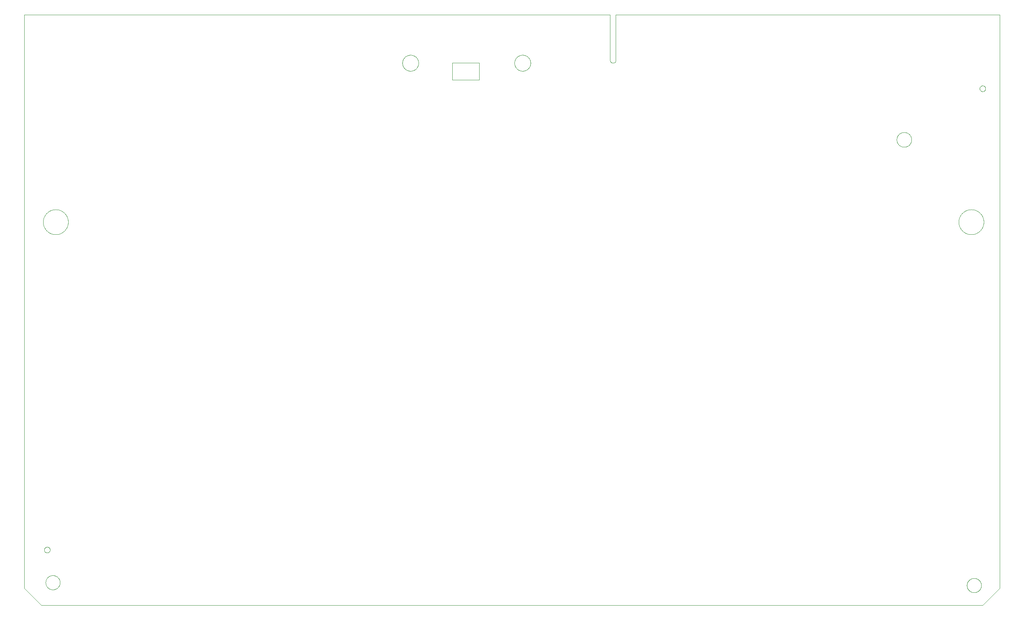
<source format=gko>
G75*
%MOIN*%
%OFA0B0*%
%FSLAX25Y25*%
%IPPOS*%
%LPD*%
%AMOC8*
5,1,8,0,0,1.08239X$1,22.5*
%
%ADD10C,0.00000*%
%ADD11C,0.00100*%
D10*
X0022600Y0007600D02*
X0007600Y0022600D01*
X0007600Y0527600D01*
X0480100Y0527600D01*
X0522600Y0527600D01*
X0522600Y0487600D01*
X0525100Y0485100D02*
X0525198Y0485102D01*
X0525296Y0485108D01*
X0525394Y0485117D01*
X0525491Y0485131D01*
X0525588Y0485148D01*
X0525684Y0485169D01*
X0525779Y0485194D01*
X0525873Y0485222D01*
X0525965Y0485255D01*
X0526057Y0485290D01*
X0526147Y0485330D01*
X0526235Y0485372D01*
X0526322Y0485419D01*
X0526406Y0485468D01*
X0526489Y0485521D01*
X0526569Y0485577D01*
X0526648Y0485637D01*
X0526724Y0485699D01*
X0526797Y0485764D01*
X0526868Y0485832D01*
X0526936Y0485903D01*
X0527001Y0485976D01*
X0527063Y0486052D01*
X0527123Y0486131D01*
X0527179Y0486211D01*
X0527232Y0486294D01*
X0527281Y0486378D01*
X0527328Y0486465D01*
X0527370Y0486553D01*
X0527410Y0486643D01*
X0527445Y0486735D01*
X0527478Y0486827D01*
X0527506Y0486921D01*
X0527531Y0487016D01*
X0527552Y0487112D01*
X0527569Y0487209D01*
X0527583Y0487306D01*
X0527592Y0487404D01*
X0527598Y0487502D01*
X0527600Y0487600D01*
X0527600Y0527600D01*
X0760100Y0527600D01*
X0865100Y0527600D01*
X0865100Y0022600D01*
X0850100Y0007600D01*
X0022600Y0007600D01*
X0026301Y0027600D02*
X0026303Y0027758D01*
X0026309Y0027916D01*
X0026319Y0028074D01*
X0026333Y0028232D01*
X0026351Y0028389D01*
X0026372Y0028546D01*
X0026398Y0028702D01*
X0026428Y0028858D01*
X0026461Y0029013D01*
X0026499Y0029166D01*
X0026540Y0029319D01*
X0026585Y0029471D01*
X0026634Y0029622D01*
X0026687Y0029771D01*
X0026743Y0029919D01*
X0026803Y0030065D01*
X0026867Y0030210D01*
X0026935Y0030353D01*
X0027006Y0030495D01*
X0027080Y0030635D01*
X0027158Y0030772D01*
X0027240Y0030908D01*
X0027324Y0031042D01*
X0027413Y0031173D01*
X0027504Y0031302D01*
X0027599Y0031429D01*
X0027696Y0031554D01*
X0027797Y0031676D01*
X0027901Y0031795D01*
X0028008Y0031912D01*
X0028118Y0032026D01*
X0028231Y0032137D01*
X0028346Y0032246D01*
X0028464Y0032351D01*
X0028585Y0032453D01*
X0028708Y0032553D01*
X0028834Y0032649D01*
X0028962Y0032742D01*
X0029092Y0032832D01*
X0029225Y0032918D01*
X0029360Y0033002D01*
X0029496Y0033081D01*
X0029635Y0033158D01*
X0029776Y0033230D01*
X0029918Y0033300D01*
X0030062Y0033365D01*
X0030208Y0033427D01*
X0030355Y0033485D01*
X0030504Y0033540D01*
X0030654Y0033591D01*
X0030805Y0033638D01*
X0030957Y0033681D01*
X0031110Y0033720D01*
X0031265Y0033756D01*
X0031420Y0033787D01*
X0031576Y0033815D01*
X0031732Y0033839D01*
X0031889Y0033859D01*
X0032047Y0033875D01*
X0032204Y0033887D01*
X0032363Y0033895D01*
X0032521Y0033899D01*
X0032679Y0033899D01*
X0032837Y0033895D01*
X0032996Y0033887D01*
X0033153Y0033875D01*
X0033311Y0033859D01*
X0033468Y0033839D01*
X0033624Y0033815D01*
X0033780Y0033787D01*
X0033935Y0033756D01*
X0034090Y0033720D01*
X0034243Y0033681D01*
X0034395Y0033638D01*
X0034546Y0033591D01*
X0034696Y0033540D01*
X0034845Y0033485D01*
X0034992Y0033427D01*
X0035138Y0033365D01*
X0035282Y0033300D01*
X0035424Y0033230D01*
X0035565Y0033158D01*
X0035704Y0033081D01*
X0035840Y0033002D01*
X0035975Y0032918D01*
X0036108Y0032832D01*
X0036238Y0032742D01*
X0036366Y0032649D01*
X0036492Y0032553D01*
X0036615Y0032453D01*
X0036736Y0032351D01*
X0036854Y0032246D01*
X0036969Y0032137D01*
X0037082Y0032026D01*
X0037192Y0031912D01*
X0037299Y0031795D01*
X0037403Y0031676D01*
X0037504Y0031554D01*
X0037601Y0031429D01*
X0037696Y0031302D01*
X0037787Y0031173D01*
X0037876Y0031042D01*
X0037960Y0030908D01*
X0038042Y0030772D01*
X0038120Y0030635D01*
X0038194Y0030495D01*
X0038265Y0030353D01*
X0038333Y0030210D01*
X0038397Y0030065D01*
X0038457Y0029919D01*
X0038513Y0029771D01*
X0038566Y0029622D01*
X0038615Y0029471D01*
X0038660Y0029319D01*
X0038701Y0029166D01*
X0038739Y0029013D01*
X0038772Y0028858D01*
X0038802Y0028702D01*
X0038828Y0028546D01*
X0038849Y0028389D01*
X0038867Y0028232D01*
X0038881Y0028074D01*
X0038891Y0027916D01*
X0038897Y0027758D01*
X0038899Y0027600D01*
X0038897Y0027442D01*
X0038891Y0027284D01*
X0038881Y0027126D01*
X0038867Y0026968D01*
X0038849Y0026811D01*
X0038828Y0026654D01*
X0038802Y0026498D01*
X0038772Y0026342D01*
X0038739Y0026187D01*
X0038701Y0026034D01*
X0038660Y0025881D01*
X0038615Y0025729D01*
X0038566Y0025578D01*
X0038513Y0025429D01*
X0038457Y0025281D01*
X0038397Y0025135D01*
X0038333Y0024990D01*
X0038265Y0024847D01*
X0038194Y0024705D01*
X0038120Y0024565D01*
X0038042Y0024428D01*
X0037960Y0024292D01*
X0037876Y0024158D01*
X0037787Y0024027D01*
X0037696Y0023898D01*
X0037601Y0023771D01*
X0037504Y0023646D01*
X0037403Y0023524D01*
X0037299Y0023405D01*
X0037192Y0023288D01*
X0037082Y0023174D01*
X0036969Y0023063D01*
X0036854Y0022954D01*
X0036736Y0022849D01*
X0036615Y0022747D01*
X0036492Y0022647D01*
X0036366Y0022551D01*
X0036238Y0022458D01*
X0036108Y0022368D01*
X0035975Y0022282D01*
X0035840Y0022198D01*
X0035704Y0022119D01*
X0035565Y0022042D01*
X0035424Y0021970D01*
X0035282Y0021900D01*
X0035138Y0021835D01*
X0034992Y0021773D01*
X0034845Y0021715D01*
X0034696Y0021660D01*
X0034546Y0021609D01*
X0034395Y0021562D01*
X0034243Y0021519D01*
X0034090Y0021480D01*
X0033935Y0021444D01*
X0033780Y0021413D01*
X0033624Y0021385D01*
X0033468Y0021361D01*
X0033311Y0021341D01*
X0033153Y0021325D01*
X0032996Y0021313D01*
X0032837Y0021305D01*
X0032679Y0021301D01*
X0032521Y0021301D01*
X0032363Y0021305D01*
X0032204Y0021313D01*
X0032047Y0021325D01*
X0031889Y0021341D01*
X0031732Y0021361D01*
X0031576Y0021385D01*
X0031420Y0021413D01*
X0031265Y0021444D01*
X0031110Y0021480D01*
X0030957Y0021519D01*
X0030805Y0021562D01*
X0030654Y0021609D01*
X0030504Y0021660D01*
X0030355Y0021715D01*
X0030208Y0021773D01*
X0030062Y0021835D01*
X0029918Y0021900D01*
X0029776Y0021970D01*
X0029635Y0022042D01*
X0029496Y0022119D01*
X0029360Y0022198D01*
X0029225Y0022282D01*
X0029092Y0022368D01*
X0028962Y0022458D01*
X0028834Y0022551D01*
X0028708Y0022647D01*
X0028585Y0022747D01*
X0028464Y0022849D01*
X0028346Y0022954D01*
X0028231Y0023063D01*
X0028118Y0023174D01*
X0028008Y0023288D01*
X0027901Y0023405D01*
X0027797Y0023524D01*
X0027696Y0023646D01*
X0027599Y0023771D01*
X0027504Y0023898D01*
X0027413Y0024027D01*
X0027324Y0024158D01*
X0027240Y0024292D01*
X0027158Y0024428D01*
X0027080Y0024565D01*
X0027006Y0024705D01*
X0026935Y0024847D01*
X0026867Y0024990D01*
X0026803Y0025135D01*
X0026743Y0025281D01*
X0026687Y0025429D01*
X0026634Y0025578D01*
X0026585Y0025729D01*
X0026540Y0025881D01*
X0026499Y0026034D01*
X0026461Y0026187D01*
X0026428Y0026342D01*
X0026398Y0026498D01*
X0026372Y0026654D01*
X0026351Y0026811D01*
X0026333Y0026968D01*
X0026319Y0027126D01*
X0026309Y0027284D01*
X0026303Y0027442D01*
X0026301Y0027600D01*
X0025041Y0056350D02*
X0025043Y0056451D01*
X0025049Y0056552D01*
X0025059Y0056653D01*
X0025073Y0056753D01*
X0025091Y0056852D01*
X0025113Y0056951D01*
X0025138Y0057049D01*
X0025168Y0057146D01*
X0025201Y0057241D01*
X0025238Y0057335D01*
X0025279Y0057428D01*
X0025323Y0057519D01*
X0025371Y0057608D01*
X0025423Y0057695D01*
X0025478Y0057780D01*
X0025536Y0057862D01*
X0025597Y0057943D01*
X0025662Y0058021D01*
X0025729Y0058096D01*
X0025799Y0058168D01*
X0025873Y0058238D01*
X0025949Y0058305D01*
X0026027Y0058369D01*
X0026108Y0058429D01*
X0026191Y0058486D01*
X0026277Y0058540D01*
X0026365Y0058591D01*
X0026454Y0058638D01*
X0026545Y0058682D01*
X0026638Y0058721D01*
X0026733Y0058758D01*
X0026828Y0058790D01*
X0026925Y0058819D01*
X0027024Y0058843D01*
X0027122Y0058864D01*
X0027222Y0058881D01*
X0027322Y0058894D01*
X0027423Y0058903D01*
X0027524Y0058908D01*
X0027625Y0058909D01*
X0027726Y0058906D01*
X0027827Y0058899D01*
X0027928Y0058888D01*
X0028028Y0058873D01*
X0028127Y0058854D01*
X0028226Y0058831D01*
X0028323Y0058805D01*
X0028420Y0058774D01*
X0028515Y0058740D01*
X0028608Y0058702D01*
X0028701Y0058660D01*
X0028791Y0058615D01*
X0028880Y0058566D01*
X0028966Y0058514D01*
X0029050Y0058458D01*
X0029133Y0058399D01*
X0029212Y0058337D01*
X0029290Y0058272D01*
X0029364Y0058204D01*
X0029436Y0058132D01*
X0029505Y0058059D01*
X0029571Y0057982D01*
X0029634Y0057903D01*
X0029694Y0057821D01*
X0029750Y0057737D01*
X0029803Y0057651D01*
X0029853Y0057563D01*
X0029899Y0057473D01*
X0029942Y0057382D01*
X0029981Y0057288D01*
X0030016Y0057193D01*
X0030047Y0057097D01*
X0030075Y0057000D01*
X0030099Y0056902D01*
X0030119Y0056803D01*
X0030135Y0056703D01*
X0030147Y0056602D01*
X0030155Y0056502D01*
X0030159Y0056401D01*
X0030159Y0056299D01*
X0030155Y0056198D01*
X0030147Y0056098D01*
X0030135Y0055997D01*
X0030119Y0055897D01*
X0030099Y0055798D01*
X0030075Y0055700D01*
X0030047Y0055603D01*
X0030016Y0055507D01*
X0029981Y0055412D01*
X0029942Y0055318D01*
X0029899Y0055227D01*
X0029853Y0055137D01*
X0029803Y0055049D01*
X0029750Y0054963D01*
X0029694Y0054879D01*
X0029634Y0054797D01*
X0029571Y0054718D01*
X0029505Y0054641D01*
X0029436Y0054568D01*
X0029364Y0054496D01*
X0029290Y0054428D01*
X0029212Y0054363D01*
X0029133Y0054301D01*
X0029050Y0054242D01*
X0028966Y0054186D01*
X0028879Y0054134D01*
X0028791Y0054085D01*
X0028701Y0054040D01*
X0028608Y0053998D01*
X0028515Y0053960D01*
X0028420Y0053926D01*
X0028323Y0053895D01*
X0028226Y0053869D01*
X0028127Y0053846D01*
X0028028Y0053827D01*
X0027928Y0053812D01*
X0027827Y0053801D01*
X0027726Y0053794D01*
X0027625Y0053791D01*
X0027524Y0053792D01*
X0027423Y0053797D01*
X0027322Y0053806D01*
X0027222Y0053819D01*
X0027122Y0053836D01*
X0027024Y0053857D01*
X0026925Y0053881D01*
X0026828Y0053910D01*
X0026733Y0053942D01*
X0026638Y0053979D01*
X0026545Y0054018D01*
X0026454Y0054062D01*
X0026365Y0054109D01*
X0026277Y0054160D01*
X0026191Y0054214D01*
X0026108Y0054271D01*
X0026027Y0054331D01*
X0025949Y0054395D01*
X0025873Y0054462D01*
X0025799Y0054532D01*
X0025729Y0054604D01*
X0025662Y0054679D01*
X0025597Y0054757D01*
X0025536Y0054838D01*
X0025478Y0054920D01*
X0025423Y0055005D01*
X0025371Y0055092D01*
X0025323Y0055181D01*
X0025279Y0055272D01*
X0025238Y0055365D01*
X0025201Y0055459D01*
X0025168Y0055554D01*
X0025138Y0055651D01*
X0025113Y0055749D01*
X0025091Y0055848D01*
X0025073Y0055947D01*
X0025059Y0056047D01*
X0025049Y0056148D01*
X0025043Y0056249D01*
X0025041Y0056350D01*
X0024100Y0345100D02*
X0024103Y0345370D01*
X0024113Y0345640D01*
X0024130Y0345909D01*
X0024153Y0346178D01*
X0024183Y0346447D01*
X0024219Y0346714D01*
X0024262Y0346981D01*
X0024311Y0347246D01*
X0024367Y0347510D01*
X0024430Y0347773D01*
X0024498Y0348034D01*
X0024574Y0348293D01*
X0024655Y0348550D01*
X0024743Y0348806D01*
X0024837Y0349059D01*
X0024937Y0349310D01*
X0025044Y0349558D01*
X0025156Y0349803D01*
X0025275Y0350046D01*
X0025399Y0350285D01*
X0025529Y0350522D01*
X0025665Y0350755D01*
X0025807Y0350985D01*
X0025954Y0351211D01*
X0026107Y0351434D01*
X0026265Y0351653D01*
X0026428Y0351868D01*
X0026597Y0352078D01*
X0026771Y0352285D01*
X0026950Y0352487D01*
X0027133Y0352685D01*
X0027322Y0352878D01*
X0027515Y0353067D01*
X0027713Y0353250D01*
X0027915Y0353429D01*
X0028122Y0353603D01*
X0028332Y0353772D01*
X0028547Y0353935D01*
X0028766Y0354093D01*
X0028989Y0354246D01*
X0029215Y0354393D01*
X0029445Y0354535D01*
X0029678Y0354671D01*
X0029915Y0354801D01*
X0030154Y0354925D01*
X0030397Y0355044D01*
X0030642Y0355156D01*
X0030890Y0355263D01*
X0031141Y0355363D01*
X0031394Y0355457D01*
X0031650Y0355545D01*
X0031907Y0355626D01*
X0032166Y0355702D01*
X0032427Y0355770D01*
X0032690Y0355833D01*
X0032954Y0355889D01*
X0033219Y0355938D01*
X0033486Y0355981D01*
X0033753Y0356017D01*
X0034022Y0356047D01*
X0034291Y0356070D01*
X0034560Y0356087D01*
X0034830Y0356097D01*
X0035100Y0356100D01*
X0035370Y0356097D01*
X0035640Y0356087D01*
X0035909Y0356070D01*
X0036178Y0356047D01*
X0036447Y0356017D01*
X0036714Y0355981D01*
X0036981Y0355938D01*
X0037246Y0355889D01*
X0037510Y0355833D01*
X0037773Y0355770D01*
X0038034Y0355702D01*
X0038293Y0355626D01*
X0038550Y0355545D01*
X0038806Y0355457D01*
X0039059Y0355363D01*
X0039310Y0355263D01*
X0039558Y0355156D01*
X0039803Y0355044D01*
X0040046Y0354925D01*
X0040285Y0354801D01*
X0040522Y0354671D01*
X0040755Y0354535D01*
X0040985Y0354393D01*
X0041211Y0354246D01*
X0041434Y0354093D01*
X0041653Y0353935D01*
X0041868Y0353772D01*
X0042078Y0353603D01*
X0042285Y0353429D01*
X0042487Y0353250D01*
X0042685Y0353067D01*
X0042878Y0352878D01*
X0043067Y0352685D01*
X0043250Y0352487D01*
X0043429Y0352285D01*
X0043603Y0352078D01*
X0043772Y0351868D01*
X0043935Y0351653D01*
X0044093Y0351434D01*
X0044246Y0351211D01*
X0044393Y0350985D01*
X0044535Y0350755D01*
X0044671Y0350522D01*
X0044801Y0350285D01*
X0044925Y0350046D01*
X0045044Y0349803D01*
X0045156Y0349558D01*
X0045263Y0349310D01*
X0045363Y0349059D01*
X0045457Y0348806D01*
X0045545Y0348550D01*
X0045626Y0348293D01*
X0045702Y0348034D01*
X0045770Y0347773D01*
X0045833Y0347510D01*
X0045889Y0347246D01*
X0045938Y0346981D01*
X0045981Y0346714D01*
X0046017Y0346447D01*
X0046047Y0346178D01*
X0046070Y0345909D01*
X0046087Y0345640D01*
X0046097Y0345370D01*
X0046100Y0345100D01*
X0046097Y0344830D01*
X0046087Y0344560D01*
X0046070Y0344291D01*
X0046047Y0344022D01*
X0046017Y0343753D01*
X0045981Y0343486D01*
X0045938Y0343219D01*
X0045889Y0342954D01*
X0045833Y0342690D01*
X0045770Y0342427D01*
X0045702Y0342166D01*
X0045626Y0341907D01*
X0045545Y0341650D01*
X0045457Y0341394D01*
X0045363Y0341141D01*
X0045263Y0340890D01*
X0045156Y0340642D01*
X0045044Y0340397D01*
X0044925Y0340154D01*
X0044801Y0339915D01*
X0044671Y0339678D01*
X0044535Y0339445D01*
X0044393Y0339215D01*
X0044246Y0338989D01*
X0044093Y0338766D01*
X0043935Y0338547D01*
X0043772Y0338332D01*
X0043603Y0338122D01*
X0043429Y0337915D01*
X0043250Y0337713D01*
X0043067Y0337515D01*
X0042878Y0337322D01*
X0042685Y0337133D01*
X0042487Y0336950D01*
X0042285Y0336771D01*
X0042078Y0336597D01*
X0041868Y0336428D01*
X0041653Y0336265D01*
X0041434Y0336107D01*
X0041211Y0335954D01*
X0040985Y0335807D01*
X0040755Y0335665D01*
X0040522Y0335529D01*
X0040285Y0335399D01*
X0040046Y0335275D01*
X0039803Y0335156D01*
X0039558Y0335044D01*
X0039310Y0334937D01*
X0039059Y0334837D01*
X0038806Y0334743D01*
X0038550Y0334655D01*
X0038293Y0334574D01*
X0038034Y0334498D01*
X0037773Y0334430D01*
X0037510Y0334367D01*
X0037246Y0334311D01*
X0036981Y0334262D01*
X0036714Y0334219D01*
X0036447Y0334183D01*
X0036178Y0334153D01*
X0035909Y0334130D01*
X0035640Y0334113D01*
X0035370Y0334103D01*
X0035100Y0334100D01*
X0034830Y0334103D01*
X0034560Y0334113D01*
X0034291Y0334130D01*
X0034022Y0334153D01*
X0033753Y0334183D01*
X0033486Y0334219D01*
X0033219Y0334262D01*
X0032954Y0334311D01*
X0032690Y0334367D01*
X0032427Y0334430D01*
X0032166Y0334498D01*
X0031907Y0334574D01*
X0031650Y0334655D01*
X0031394Y0334743D01*
X0031141Y0334837D01*
X0030890Y0334937D01*
X0030642Y0335044D01*
X0030397Y0335156D01*
X0030154Y0335275D01*
X0029915Y0335399D01*
X0029678Y0335529D01*
X0029445Y0335665D01*
X0029215Y0335807D01*
X0028989Y0335954D01*
X0028766Y0336107D01*
X0028547Y0336265D01*
X0028332Y0336428D01*
X0028122Y0336597D01*
X0027915Y0336771D01*
X0027713Y0336950D01*
X0027515Y0337133D01*
X0027322Y0337322D01*
X0027133Y0337515D01*
X0026950Y0337713D01*
X0026771Y0337915D01*
X0026597Y0338122D01*
X0026428Y0338332D01*
X0026265Y0338547D01*
X0026107Y0338766D01*
X0025954Y0338989D01*
X0025807Y0339215D01*
X0025665Y0339445D01*
X0025529Y0339678D01*
X0025399Y0339915D01*
X0025275Y0340154D01*
X0025156Y0340397D01*
X0025044Y0340642D01*
X0024937Y0340890D01*
X0024837Y0341141D01*
X0024743Y0341394D01*
X0024655Y0341650D01*
X0024574Y0341907D01*
X0024498Y0342166D01*
X0024430Y0342427D01*
X0024367Y0342690D01*
X0024311Y0342954D01*
X0024262Y0343219D01*
X0024219Y0343486D01*
X0024183Y0343753D01*
X0024153Y0344022D01*
X0024130Y0344291D01*
X0024113Y0344560D01*
X0024103Y0344830D01*
X0024100Y0345100D01*
X0383850Y0470100D02*
X0383850Y0485100D01*
X0407600Y0485100D01*
X0407600Y0470100D01*
X0383850Y0470100D01*
X0522600Y0487600D02*
X0522602Y0487502D01*
X0522608Y0487404D01*
X0522617Y0487306D01*
X0522631Y0487209D01*
X0522648Y0487112D01*
X0522669Y0487016D01*
X0522694Y0486921D01*
X0522722Y0486827D01*
X0522755Y0486735D01*
X0522790Y0486643D01*
X0522830Y0486553D01*
X0522872Y0486465D01*
X0522919Y0486378D01*
X0522968Y0486294D01*
X0523021Y0486211D01*
X0523077Y0486131D01*
X0523137Y0486052D01*
X0523199Y0485976D01*
X0523264Y0485903D01*
X0523332Y0485832D01*
X0523403Y0485764D01*
X0523476Y0485699D01*
X0523552Y0485637D01*
X0523631Y0485577D01*
X0523711Y0485521D01*
X0523794Y0485468D01*
X0523878Y0485419D01*
X0523965Y0485372D01*
X0524053Y0485330D01*
X0524143Y0485290D01*
X0524235Y0485255D01*
X0524327Y0485222D01*
X0524421Y0485194D01*
X0524516Y0485169D01*
X0524612Y0485148D01*
X0524709Y0485131D01*
X0524806Y0485117D01*
X0524904Y0485108D01*
X0525002Y0485102D01*
X0525100Y0485100D01*
X0774600Y0417600D02*
X0774602Y0417761D01*
X0774608Y0417921D01*
X0774618Y0418082D01*
X0774632Y0418242D01*
X0774650Y0418402D01*
X0774671Y0418561D01*
X0774697Y0418720D01*
X0774727Y0418878D01*
X0774760Y0419035D01*
X0774798Y0419192D01*
X0774839Y0419347D01*
X0774884Y0419501D01*
X0774933Y0419654D01*
X0774986Y0419806D01*
X0775042Y0419957D01*
X0775103Y0420106D01*
X0775166Y0420254D01*
X0775234Y0420400D01*
X0775305Y0420544D01*
X0775379Y0420686D01*
X0775457Y0420827D01*
X0775539Y0420965D01*
X0775624Y0421102D01*
X0775712Y0421236D01*
X0775804Y0421368D01*
X0775899Y0421498D01*
X0775997Y0421626D01*
X0776098Y0421751D01*
X0776202Y0421873D01*
X0776309Y0421993D01*
X0776419Y0422110D01*
X0776532Y0422225D01*
X0776648Y0422336D01*
X0776767Y0422445D01*
X0776888Y0422550D01*
X0777012Y0422653D01*
X0777138Y0422753D01*
X0777266Y0422849D01*
X0777397Y0422942D01*
X0777531Y0423032D01*
X0777666Y0423119D01*
X0777804Y0423202D01*
X0777943Y0423282D01*
X0778085Y0423358D01*
X0778228Y0423431D01*
X0778373Y0423500D01*
X0778520Y0423566D01*
X0778668Y0423628D01*
X0778818Y0423686D01*
X0778969Y0423741D01*
X0779122Y0423792D01*
X0779276Y0423839D01*
X0779431Y0423882D01*
X0779587Y0423921D01*
X0779743Y0423957D01*
X0779901Y0423988D01*
X0780059Y0424016D01*
X0780218Y0424040D01*
X0780378Y0424060D01*
X0780538Y0424076D01*
X0780698Y0424088D01*
X0780859Y0424096D01*
X0781020Y0424100D01*
X0781180Y0424100D01*
X0781341Y0424096D01*
X0781502Y0424088D01*
X0781662Y0424076D01*
X0781822Y0424060D01*
X0781982Y0424040D01*
X0782141Y0424016D01*
X0782299Y0423988D01*
X0782457Y0423957D01*
X0782613Y0423921D01*
X0782769Y0423882D01*
X0782924Y0423839D01*
X0783078Y0423792D01*
X0783231Y0423741D01*
X0783382Y0423686D01*
X0783532Y0423628D01*
X0783680Y0423566D01*
X0783827Y0423500D01*
X0783972Y0423431D01*
X0784115Y0423358D01*
X0784257Y0423282D01*
X0784396Y0423202D01*
X0784534Y0423119D01*
X0784669Y0423032D01*
X0784803Y0422942D01*
X0784934Y0422849D01*
X0785062Y0422753D01*
X0785188Y0422653D01*
X0785312Y0422550D01*
X0785433Y0422445D01*
X0785552Y0422336D01*
X0785668Y0422225D01*
X0785781Y0422110D01*
X0785891Y0421993D01*
X0785998Y0421873D01*
X0786102Y0421751D01*
X0786203Y0421626D01*
X0786301Y0421498D01*
X0786396Y0421368D01*
X0786488Y0421236D01*
X0786576Y0421102D01*
X0786661Y0420965D01*
X0786743Y0420827D01*
X0786821Y0420686D01*
X0786895Y0420544D01*
X0786966Y0420400D01*
X0787034Y0420254D01*
X0787097Y0420106D01*
X0787158Y0419957D01*
X0787214Y0419806D01*
X0787267Y0419654D01*
X0787316Y0419501D01*
X0787361Y0419347D01*
X0787402Y0419192D01*
X0787440Y0419035D01*
X0787473Y0418878D01*
X0787503Y0418720D01*
X0787529Y0418561D01*
X0787550Y0418402D01*
X0787568Y0418242D01*
X0787582Y0418082D01*
X0787592Y0417921D01*
X0787598Y0417761D01*
X0787600Y0417600D01*
X0787598Y0417439D01*
X0787592Y0417279D01*
X0787582Y0417118D01*
X0787568Y0416958D01*
X0787550Y0416798D01*
X0787529Y0416639D01*
X0787503Y0416480D01*
X0787473Y0416322D01*
X0787440Y0416165D01*
X0787402Y0416008D01*
X0787361Y0415853D01*
X0787316Y0415699D01*
X0787267Y0415546D01*
X0787214Y0415394D01*
X0787158Y0415243D01*
X0787097Y0415094D01*
X0787034Y0414946D01*
X0786966Y0414800D01*
X0786895Y0414656D01*
X0786821Y0414514D01*
X0786743Y0414373D01*
X0786661Y0414235D01*
X0786576Y0414098D01*
X0786488Y0413964D01*
X0786396Y0413832D01*
X0786301Y0413702D01*
X0786203Y0413574D01*
X0786102Y0413449D01*
X0785998Y0413327D01*
X0785891Y0413207D01*
X0785781Y0413090D01*
X0785668Y0412975D01*
X0785552Y0412864D01*
X0785433Y0412755D01*
X0785312Y0412650D01*
X0785188Y0412547D01*
X0785062Y0412447D01*
X0784934Y0412351D01*
X0784803Y0412258D01*
X0784669Y0412168D01*
X0784534Y0412081D01*
X0784396Y0411998D01*
X0784257Y0411918D01*
X0784115Y0411842D01*
X0783972Y0411769D01*
X0783827Y0411700D01*
X0783680Y0411634D01*
X0783532Y0411572D01*
X0783382Y0411514D01*
X0783231Y0411459D01*
X0783078Y0411408D01*
X0782924Y0411361D01*
X0782769Y0411318D01*
X0782613Y0411279D01*
X0782457Y0411243D01*
X0782299Y0411212D01*
X0782141Y0411184D01*
X0781982Y0411160D01*
X0781822Y0411140D01*
X0781662Y0411124D01*
X0781502Y0411112D01*
X0781341Y0411104D01*
X0781180Y0411100D01*
X0781020Y0411100D01*
X0780859Y0411104D01*
X0780698Y0411112D01*
X0780538Y0411124D01*
X0780378Y0411140D01*
X0780218Y0411160D01*
X0780059Y0411184D01*
X0779901Y0411212D01*
X0779743Y0411243D01*
X0779587Y0411279D01*
X0779431Y0411318D01*
X0779276Y0411361D01*
X0779122Y0411408D01*
X0778969Y0411459D01*
X0778818Y0411514D01*
X0778668Y0411572D01*
X0778520Y0411634D01*
X0778373Y0411700D01*
X0778228Y0411769D01*
X0778085Y0411842D01*
X0777943Y0411918D01*
X0777804Y0411998D01*
X0777666Y0412081D01*
X0777531Y0412168D01*
X0777397Y0412258D01*
X0777266Y0412351D01*
X0777138Y0412447D01*
X0777012Y0412547D01*
X0776888Y0412650D01*
X0776767Y0412755D01*
X0776648Y0412864D01*
X0776532Y0412975D01*
X0776419Y0413090D01*
X0776309Y0413207D01*
X0776202Y0413327D01*
X0776098Y0413449D01*
X0775997Y0413574D01*
X0775899Y0413702D01*
X0775804Y0413832D01*
X0775712Y0413964D01*
X0775624Y0414098D01*
X0775539Y0414235D01*
X0775457Y0414373D01*
X0775379Y0414514D01*
X0775305Y0414656D01*
X0775234Y0414800D01*
X0775166Y0414946D01*
X0775103Y0415094D01*
X0775042Y0415243D01*
X0774986Y0415394D01*
X0774933Y0415546D01*
X0774884Y0415699D01*
X0774839Y0415853D01*
X0774798Y0416008D01*
X0774760Y0416165D01*
X0774727Y0416322D01*
X0774697Y0416480D01*
X0774671Y0416639D01*
X0774650Y0416798D01*
X0774632Y0416958D01*
X0774618Y0417118D01*
X0774608Y0417279D01*
X0774602Y0417439D01*
X0774600Y0417600D01*
X0847541Y0462600D02*
X0847543Y0462701D01*
X0847549Y0462802D01*
X0847559Y0462903D01*
X0847573Y0463003D01*
X0847591Y0463102D01*
X0847613Y0463201D01*
X0847638Y0463299D01*
X0847668Y0463396D01*
X0847701Y0463491D01*
X0847738Y0463585D01*
X0847779Y0463678D01*
X0847823Y0463769D01*
X0847871Y0463858D01*
X0847923Y0463945D01*
X0847978Y0464030D01*
X0848036Y0464112D01*
X0848097Y0464193D01*
X0848162Y0464271D01*
X0848229Y0464346D01*
X0848299Y0464418D01*
X0848373Y0464488D01*
X0848449Y0464555D01*
X0848527Y0464619D01*
X0848608Y0464679D01*
X0848691Y0464736D01*
X0848777Y0464790D01*
X0848865Y0464841D01*
X0848954Y0464888D01*
X0849045Y0464932D01*
X0849138Y0464971D01*
X0849233Y0465008D01*
X0849328Y0465040D01*
X0849425Y0465069D01*
X0849524Y0465093D01*
X0849622Y0465114D01*
X0849722Y0465131D01*
X0849822Y0465144D01*
X0849923Y0465153D01*
X0850024Y0465158D01*
X0850125Y0465159D01*
X0850226Y0465156D01*
X0850327Y0465149D01*
X0850428Y0465138D01*
X0850528Y0465123D01*
X0850627Y0465104D01*
X0850726Y0465081D01*
X0850823Y0465055D01*
X0850920Y0465024D01*
X0851015Y0464990D01*
X0851108Y0464952D01*
X0851201Y0464910D01*
X0851291Y0464865D01*
X0851380Y0464816D01*
X0851466Y0464764D01*
X0851550Y0464708D01*
X0851633Y0464649D01*
X0851712Y0464587D01*
X0851790Y0464522D01*
X0851864Y0464454D01*
X0851936Y0464382D01*
X0852005Y0464309D01*
X0852071Y0464232D01*
X0852134Y0464153D01*
X0852194Y0464071D01*
X0852250Y0463987D01*
X0852303Y0463901D01*
X0852353Y0463813D01*
X0852399Y0463723D01*
X0852442Y0463632D01*
X0852481Y0463538D01*
X0852516Y0463443D01*
X0852547Y0463347D01*
X0852575Y0463250D01*
X0852599Y0463152D01*
X0852619Y0463053D01*
X0852635Y0462953D01*
X0852647Y0462852D01*
X0852655Y0462752D01*
X0852659Y0462651D01*
X0852659Y0462549D01*
X0852655Y0462448D01*
X0852647Y0462348D01*
X0852635Y0462247D01*
X0852619Y0462147D01*
X0852599Y0462048D01*
X0852575Y0461950D01*
X0852547Y0461853D01*
X0852516Y0461757D01*
X0852481Y0461662D01*
X0852442Y0461568D01*
X0852399Y0461477D01*
X0852353Y0461387D01*
X0852303Y0461299D01*
X0852250Y0461213D01*
X0852194Y0461129D01*
X0852134Y0461047D01*
X0852071Y0460968D01*
X0852005Y0460891D01*
X0851936Y0460818D01*
X0851864Y0460746D01*
X0851790Y0460678D01*
X0851712Y0460613D01*
X0851633Y0460551D01*
X0851550Y0460492D01*
X0851466Y0460436D01*
X0851379Y0460384D01*
X0851291Y0460335D01*
X0851201Y0460290D01*
X0851108Y0460248D01*
X0851015Y0460210D01*
X0850920Y0460176D01*
X0850823Y0460145D01*
X0850726Y0460119D01*
X0850627Y0460096D01*
X0850528Y0460077D01*
X0850428Y0460062D01*
X0850327Y0460051D01*
X0850226Y0460044D01*
X0850125Y0460041D01*
X0850024Y0460042D01*
X0849923Y0460047D01*
X0849822Y0460056D01*
X0849722Y0460069D01*
X0849622Y0460086D01*
X0849524Y0460107D01*
X0849425Y0460131D01*
X0849328Y0460160D01*
X0849233Y0460192D01*
X0849138Y0460229D01*
X0849045Y0460268D01*
X0848954Y0460312D01*
X0848865Y0460359D01*
X0848777Y0460410D01*
X0848691Y0460464D01*
X0848608Y0460521D01*
X0848527Y0460581D01*
X0848449Y0460645D01*
X0848373Y0460712D01*
X0848299Y0460782D01*
X0848229Y0460854D01*
X0848162Y0460929D01*
X0848097Y0461007D01*
X0848036Y0461088D01*
X0847978Y0461170D01*
X0847923Y0461255D01*
X0847871Y0461342D01*
X0847823Y0461431D01*
X0847779Y0461522D01*
X0847738Y0461615D01*
X0847701Y0461709D01*
X0847668Y0461804D01*
X0847638Y0461901D01*
X0847613Y0461999D01*
X0847591Y0462098D01*
X0847573Y0462197D01*
X0847559Y0462297D01*
X0847549Y0462398D01*
X0847543Y0462499D01*
X0847541Y0462600D01*
X0829100Y0345100D02*
X0829103Y0345370D01*
X0829113Y0345640D01*
X0829130Y0345909D01*
X0829153Y0346178D01*
X0829183Y0346447D01*
X0829219Y0346714D01*
X0829262Y0346981D01*
X0829311Y0347246D01*
X0829367Y0347510D01*
X0829430Y0347773D01*
X0829498Y0348034D01*
X0829574Y0348293D01*
X0829655Y0348550D01*
X0829743Y0348806D01*
X0829837Y0349059D01*
X0829937Y0349310D01*
X0830044Y0349558D01*
X0830156Y0349803D01*
X0830275Y0350046D01*
X0830399Y0350285D01*
X0830529Y0350522D01*
X0830665Y0350755D01*
X0830807Y0350985D01*
X0830954Y0351211D01*
X0831107Y0351434D01*
X0831265Y0351653D01*
X0831428Y0351868D01*
X0831597Y0352078D01*
X0831771Y0352285D01*
X0831950Y0352487D01*
X0832133Y0352685D01*
X0832322Y0352878D01*
X0832515Y0353067D01*
X0832713Y0353250D01*
X0832915Y0353429D01*
X0833122Y0353603D01*
X0833332Y0353772D01*
X0833547Y0353935D01*
X0833766Y0354093D01*
X0833989Y0354246D01*
X0834215Y0354393D01*
X0834445Y0354535D01*
X0834678Y0354671D01*
X0834915Y0354801D01*
X0835154Y0354925D01*
X0835397Y0355044D01*
X0835642Y0355156D01*
X0835890Y0355263D01*
X0836141Y0355363D01*
X0836394Y0355457D01*
X0836650Y0355545D01*
X0836907Y0355626D01*
X0837166Y0355702D01*
X0837427Y0355770D01*
X0837690Y0355833D01*
X0837954Y0355889D01*
X0838219Y0355938D01*
X0838486Y0355981D01*
X0838753Y0356017D01*
X0839022Y0356047D01*
X0839291Y0356070D01*
X0839560Y0356087D01*
X0839830Y0356097D01*
X0840100Y0356100D01*
X0840370Y0356097D01*
X0840640Y0356087D01*
X0840909Y0356070D01*
X0841178Y0356047D01*
X0841447Y0356017D01*
X0841714Y0355981D01*
X0841981Y0355938D01*
X0842246Y0355889D01*
X0842510Y0355833D01*
X0842773Y0355770D01*
X0843034Y0355702D01*
X0843293Y0355626D01*
X0843550Y0355545D01*
X0843806Y0355457D01*
X0844059Y0355363D01*
X0844310Y0355263D01*
X0844558Y0355156D01*
X0844803Y0355044D01*
X0845046Y0354925D01*
X0845285Y0354801D01*
X0845522Y0354671D01*
X0845755Y0354535D01*
X0845985Y0354393D01*
X0846211Y0354246D01*
X0846434Y0354093D01*
X0846653Y0353935D01*
X0846868Y0353772D01*
X0847078Y0353603D01*
X0847285Y0353429D01*
X0847487Y0353250D01*
X0847685Y0353067D01*
X0847878Y0352878D01*
X0848067Y0352685D01*
X0848250Y0352487D01*
X0848429Y0352285D01*
X0848603Y0352078D01*
X0848772Y0351868D01*
X0848935Y0351653D01*
X0849093Y0351434D01*
X0849246Y0351211D01*
X0849393Y0350985D01*
X0849535Y0350755D01*
X0849671Y0350522D01*
X0849801Y0350285D01*
X0849925Y0350046D01*
X0850044Y0349803D01*
X0850156Y0349558D01*
X0850263Y0349310D01*
X0850363Y0349059D01*
X0850457Y0348806D01*
X0850545Y0348550D01*
X0850626Y0348293D01*
X0850702Y0348034D01*
X0850770Y0347773D01*
X0850833Y0347510D01*
X0850889Y0347246D01*
X0850938Y0346981D01*
X0850981Y0346714D01*
X0851017Y0346447D01*
X0851047Y0346178D01*
X0851070Y0345909D01*
X0851087Y0345640D01*
X0851097Y0345370D01*
X0851100Y0345100D01*
X0851097Y0344830D01*
X0851087Y0344560D01*
X0851070Y0344291D01*
X0851047Y0344022D01*
X0851017Y0343753D01*
X0850981Y0343486D01*
X0850938Y0343219D01*
X0850889Y0342954D01*
X0850833Y0342690D01*
X0850770Y0342427D01*
X0850702Y0342166D01*
X0850626Y0341907D01*
X0850545Y0341650D01*
X0850457Y0341394D01*
X0850363Y0341141D01*
X0850263Y0340890D01*
X0850156Y0340642D01*
X0850044Y0340397D01*
X0849925Y0340154D01*
X0849801Y0339915D01*
X0849671Y0339678D01*
X0849535Y0339445D01*
X0849393Y0339215D01*
X0849246Y0338989D01*
X0849093Y0338766D01*
X0848935Y0338547D01*
X0848772Y0338332D01*
X0848603Y0338122D01*
X0848429Y0337915D01*
X0848250Y0337713D01*
X0848067Y0337515D01*
X0847878Y0337322D01*
X0847685Y0337133D01*
X0847487Y0336950D01*
X0847285Y0336771D01*
X0847078Y0336597D01*
X0846868Y0336428D01*
X0846653Y0336265D01*
X0846434Y0336107D01*
X0846211Y0335954D01*
X0845985Y0335807D01*
X0845755Y0335665D01*
X0845522Y0335529D01*
X0845285Y0335399D01*
X0845046Y0335275D01*
X0844803Y0335156D01*
X0844558Y0335044D01*
X0844310Y0334937D01*
X0844059Y0334837D01*
X0843806Y0334743D01*
X0843550Y0334655D01*
X0843293Y0334574D01*
X0843034Y0334498D01*
X0842773Y0334430D01*
X0842510Y0334367D01*
X0842246Y0334311D01*
X0841981Y0334262D01*
X0841714Y0334219D01*
X0841447Y0334183D01*
X0841178Y0334153D01*
X0840909Y0334130D01*
X0840640Y0334113D01*
X0840370Y0334103D01*
X0840100Y0334100D01*
X0839830Y0334103D01*
X0839560Y0334113D01*
X0839291Y0334130D01*
X0839022Y0334153D01*
X0838753Y0334183D01*
X0838486Y0334219D01*
X0838219Y0334262D01*
X0837954Y0334311D01*
X0837690Y0334367D01*
X0837427Y0334430D01*
X0837166Y0334498D01*
X0836907Y0334574D01*
X0836650Y0334655D01*
X0836394Y0334743D01*
X0836141Y0334837D01*
X0835890Y0334937D01*
X0835642Y0335044D01*
X0835397Y0335156D01*
X0835154Y0335275D01*
X0834915Y0335399D01*
X0834678Y0335529D01*
X0834445Y0335665D01*
X0834215Y0335807D01*
X0833989Y0335954D01*
X0833766Y0336107D01*
X0833547Y0336265D01*
X0833332Y0336428D01*
X0833122Y0336597D01*
X0832915Y0336771D01*
X0832713Y0336950D01*
X0832515Y0337133D01*
X0832322Y0337322D01*
X0832133Y0337515D01*
X0831950Y0337713D01*
X0831771Y0337915D01*
X0831597Y0338122D01*
X0831428Y0338332D01*
X0831265Y0338547D01*
X0831107Y0338766D01*
X0830954Y0338989D01*
X0830807Y0339215D01*
X0830665Y0339445D01*
X0830529Y0339678D01*
X0830399Y0339915D01*
X0830275Y0340154D01*
X0830156Y0340397D01*
X0830044Y0340642D01*
X0829937Y0340890D01*
X0829837Y0341141D01*
X0829743Y0341394D01*
X0829655Y0341650D01*
X0829574Y0341907D01*
X0829498Y0342166D01*
X0829430Y0342427D01*
X0829367Y0342690D01*
X0829311Y0342954D01*
X0829262Y0343219D01*
X0829219Y0343486D01*
X0829183Y0343753D01*
X0829153Y0344022D01*
X0829130Y0344291D01*
X0829113Y0344560D01*
X0829103Y0344830D01*
X0829100Y0345100D01*
X0836301Y0025100D02*
X0836303Y0025258D01*
X0836309Y0025416D01*
X0836319Y0025574D01*
X0836333Y0025732D01*
X0836351Y0025889D01*
X0836372Y0026046D01*
X0836398Y0026202D01*
X0836428Y0026358D01*
X0836461Y0026513D01*
X0836499Y0026666D01*
X0836540Y0026819D01*
X0836585Y0026971D01*
X0836634Y0027122D01*
X0836687Y0027271D01*
X0836743Y0027419D01*
X0836803Y0027565D01*
X0836867Y0027710D01*
X0836935Y0027853D01*
X0837006Y0027995D01*
X0837080Y0028135D01*
X0837158Y0028272D01*
X0837240Y0028408D01*
X0837324Y0028542D01*
X0837413Y0028673D01*
X0837504Y0028802D01*
X0837599Y0028929D01*
X0837696Y0029054D01*
X0837797Y0029176D01*
X0837901Y0029295D01*
X0838008Y0029412D01*
X0838118Y0029526D01*
X0838231Y0029637D01*
X0838346Y0029746D01*
X0838464Y0029851D01*
X0838585Y0029953D01*
X0838708Y0030053D01*
X0838834Y0030149D01*
X0838962Y0030242D01*
X0839092Y0030332D01*
X0839225Y0030418D01*
X0839360Y0030502D01*
X0839496Y0030581D01*
X0839635Y0030658D01*
X0839776Y0030730D01*
X0839918Y0030800D01*
X0840062Y0030865D01*
X0840208Y0030927D01*
X0840355Y0030985D01*
X0840504Y0031040D01*
X0840654Y0031091D01*
X0840805Y0031138D01*
X0840957Y0031181D01*
X0841110Y0031220D01*
X0841265Y0031256D01*
X0841420Y0031287D01*
X0841576Y0031315D01*
X0841732Y0031339D01*
X0841889Y0031359D01*
X0842047Y0031375D01*
X0842204Y0031387D01*
X0842363Y0031395D01*
X0842521Y0031399D01*
X0842679Y0031399D01*
X0842837Y0031395D01*
X0842996Y0031387D01*
X0843153Y0031375D01*
X0843311Y0031359D01*
X0843468Y0031339D01*
X0843624Y0031315D01*
X0843780Y0031287D01*
X0843935Y0031256D01*
X0844090Y0031220D01*
X0844243Y0031181D01*
X0844395Y0031138D01*
X0844546Y0031091D01*
X0844696Y0031040D01*
X0844845Y0030985D01*
X0844992Y0030927D01*
X0845138Y0030865D01*
X0845282Y0030800D01*
X0845424Y0030730D01*
X0845565Y0030658D01*
X0845704Y0030581D01*
X0845840Y0030502D01*
X0845975Y0030418D01*
X0846108Y0030332D01*
X0846238Y0030242D01*
X0846366Y0030149D01*
X0846492Y0030053D01*
X0846615Y0029953D01*
X0846736Y0029851D01*
X0846854Y0029746D01*
X0846969Y0029637D01*
X0847082Y0029526D01*
X0847192Y0029412D01*
X0847299Y0029295D01*
X0847403Y0029176D01*
X0847504Y0029054D01*
X0847601Y0028929D01*
X0847696Y0028802D01*
X0847787Y0028673D01*
X0847876Y0028542D01*
X0847960Y0028408D01*
X0848042Y0028272D01*
X0848120Y0028135D01*
X0848194Y0027995D01*
X0848265Y0027853D01*
X0848333Y0027710D01*
X0848397Y0027565D01*
X0848457Y0027419D01*
X0848513Y0027271D01*
X0848566Y0027122D01*
X0848615Y0026971D01*
X0848660Y0026819D01*
X0848701Y0026666D01*
X0848739Y0026513D01*
X0848772Y0026358D01*
X0848802Y0026202D01*
X0848828Y0026046D01*
X0848849Y0025889D01*
X0848867Y0025732D01*
X0848881Y0025574D01*
X0848891Y0025416D01*
X0848897Y0025258D01*
X0848899Y0025100D01*
X0848897Y0024942D01*
X0848891Y0024784D01*
X0848881Y0024626D01*
X0848867Y0024468D01*
X0848849Y0024311D01*
X0848828Y0024154D01*
X0848802Y0023998D01*
X0848772Y0023842D01*
X0848739Y0023687D01*
X0848701Y0023534D01*
X0848660Y0023381D01*
X0848615Y0023229D01*
X0848566Y0023078D01*
X0848513Y0022929D01*
X0848457Y0022781D01*
X0848397Y0022635D01*
X0848333Y0022490D01*
X0848265Y0022347D01*
X0848194Y0022205D01*
X0848120Y0022065D01*
X0848042Y0021928D01*
X0847960Y0021792D01*
X0847876Y0021658D01*
X0847787Y0021527D01*
X0847696Y0021398D01*
X0847601Y0021271D01*
X0847504Y0021146D01*
X0847403Y0021024D01*
X0847299Y0020905D01*
X0847192Y0020788D01*
X0847082Y0020674D01*
X0846969Y0020563D01*
X0846854Y0020454D01*
X0846736Y0020349D01*
X0846615Y0020247D01*
X0846492Y0020147D01*
X0846366Y0020051D01*
X0846238Y0019958D01*
X0846108Y0019868D01*
X0845975Y0019782D01*
X0845840Y0019698D01*
X0845704Y0019619D01*
X0845565Y0019542D01*
X0845424Y0019470D01*
X0845282Y0019400D01*
X0845138Y0019335D01*
X0844992Y0019273D01*
X0844845Y0019215D01*
X0844696Y0019160D01*
X0844546Y0019109D01*
X0844395Y0019062D01*
X0844243Y0019019D01*
X0844090Y0018980D01*
X0843935Y0018944D01*
X0843780Y0018913D01*
X0843624Y0018885D01*
X0843468Y0018861D01*
X0843311Y0018841D01*
X0843153Y0018825D01*
X0842996Y0018813D01*
X0842837Y0018805D01*
X0842679Y0018801D01*
X0842521Y0018801D01*
X0842363Y0018805D01*
X0842204Y0018813D01*
X0842047Y0018825D01*
X0841889Y0018841D01*
X0841732Y0018861D01*
X0841576Y0018885D01*
X0841420Y0018913D01*
X0841265Y0018944D01*
X0841110Y0018980D01*
X0840957Y0019019D01*
X0840805Y0019062D01*
X0840654Y0019109D01*
X0840504Y0019160D01*
X0840355Y0019215D01*
X0840208Y0019273D01*
X0840062Y0019335D01*
X0839918Y0019400D01*
X0839776Y0019470D01*
X0839635Y0019542D01*
X0839496Y0019619D01*
X0839360Y0019698D01*
X0839225Y0019782D01*
X0839092Y0019868D01*
X0838962Y0019958D01*
X0838834Y0020051D01*
X0838708Y0020147D01*
X0838585Y0020247D01*
X0838464Y0020349D01*
X0838346Y0020454D01*
X0838231Y0020563D01*
X0838118Y0020674D01*
X0838008Y0020788D01*
X0837901Y0020905D01*
X0837797Y0021024D01*
X0837696Y0021146D01*
X0837599Y0021271D01*
X0837504Y0021398D01*
X0837413Y0021527D01*
X0837324Y0021658D01*
X0837240Y0021792D01*
X0837158Y0021928D01*
X0837080Y0022065D01*
X0837006Y0022205D01*
X0836935Y0022347D01*
X0836867Y0022490D01*
X0836803Y0022635D01*
X0836743Y0022781D01*
X0836687Y0022929D01*
X0836634Y0023078D01*
X0836585Y0023229D01*
X0836540Y0023381D01*
X0836499Y0023534D01*
X0836461Y0023687D01*
X0836428Y0023842D01*
X0836398Y0023998D01*
X0836372Y0024154D01*
X0836351Y0024311D01*
X0836333Y0024468D01*
X0836319Y0024626D01*
X0836309Y0024784D01*
X0836303Y0024942D01*
X0836301Y0025100D01*
D11*
X0438529Y0485100D02*
X0438531Y0485274D01*
X0438538Y0485447D01*
X0438548Y0485620D01*
X0438563Y0485793D01*
X0438582Y0485966D01*
X0438606Y0486138D01*
X0438633Y0486309D01*
X0438665Y0486479D01*
X0438701Y0486649D01*
X0438741Y0486818D01*
X0438785Y0486986D01*
X0438833Y0487153D01*
X0438886Y0487318D01*
X0438942Y0487482D01*
X0439003Y0487645D01*
X0439067Y0487806D01*
X0439136Y0487965D01*
X0439208Y0488123D01*
X0439284Y0488279D01*
X0439364Y0488433D01*
X0439448Y0488585D01*
X0439535Y0488735D01*
X0439626Y0488883D01*
X0439721Y0489028D01*
X0439819Y0489172D01*
X0439921Y0489312D01*
X0440026Y0489450D01*
X0440134Y0489586D01*
X0440246Y0489719D01*
X0440361Y0489849D01*
X0440479Y0489976D01*
X0440600Y0490100D01*
X0440724Y0490221D01*
X0440851Y0490339D01*
X0440981Y0490454D01*
X0441114Y0490566D01*
X0441250Y0490674D01*
X0441388Y0490779D01*
X0441528Y0490881D01*
X0441672Y0490979D01*
X0441817Y0491074D01*
X0441965Y0491165D01*
X0442115Y0491252D01*
X0442267Y0491336D01*
X0442421Y0491416D01*
X0442577Y0491492D01*
X0442735Y0491564D01*
X0442894Y0491633D01*
X0443055Y0491697D01*
X0443218Y0491758D01*
X0443382Y0491814D01*
X0443547Y0491867D01*
X0443714Y0491915D01*
X0443882Y0491959D01*
X0444051Y0491999D01*
X0444221Y0492035D01*
X0444391Y0492067D01*
X0444562Y0492094D01*
X0444734Y0492118D01*
X0444907Y0492137D01*
X0445080Y0492152D01*
X0445253Y0492162D01*
X0445426Y0492169D01*
X0445600Y0492171D01*
X0445774Y0492169D01*
X0445947Y0492162D01*
X0446120Y0492152D01*
X0446293Y0492137D01*
X0446466Y0492118D01*
X0446638Y0492094D01*
X0446809Y0492067D01*
X0446979Y0492035D01*
X0447149Y0491999D01*
X0447318Y0491959D01*
X0447486Y0491915D01*
X0447653Y0491867D01*
X0447818Y0491814D01*
X0447982Y0491758D01*
X0448145Y0491697D01*
X0448306Y0491633D01*
X0448465Y0491564D01*
X0448623Y0491492D01*
X0448779Y0491416D01*
X0448933Y0491336D01*
X0449085Y0491252D01*
X0449235Y0491165D01*
X0449383Y0491074D01*
X0449528Y0490979D01*
X0449672Y0490881D01*
X0449812Y0490779D01*
X0449950Y0490674D01*
X0450086Y0490566D01*
X0450219Y0490454D01*
X0450349Y0490339D01*
X0450476Y0490221D01*
X0450600Y0490100D01*
X0450721Y0489976D01*
X0450839Y0489849D01*
X0450954Y0489719D01*
X0451066Y0489586D01*
X0451174Y0489450D01*
X0451279Y0489312D01*
X0451381Y0489172D01*
X0451479Y0489028D01*
X0451574Y0488883D01*
X0451665Y0488735D01*
X0451752Y0488585D01*
X0451836Y0488433D01*
X0451916Y0488279D01*
X0451992Y0488123D01*
X0452064Y0487965D01*
X0452133Y0487806D01*
X0452197Y0487645D01*
X0452258Y0487482D01*
X0452314Y0487318D01*
X0452367Y0487153D01*
X0452415Y0486986D01*
X0452459Y0486818D01*
X0452499Y0486649D01*
X0452535Y0486479D01*
X0452567Y0486309D01*
X0452594Y0486138D01*
X0452618Y0485966D01*
X0452637Y0485793D01*
X0452652Y0485620D01*
X0452662Y0485447D01*
X0452669Y0485274D01*
X0452671Y0485100D01*
X0452669Y0484926D01*
X0452662Y0484753D01*
X0452652Y0484580D01*
X0452637Y0484407D01*
X0452618Y0484234D01*
X0452594Y0484062D01*
X0452567Y0483891D01*
X0452535Y0483721D01*
X0452499Y0483551D01*
X0452459Y0483382D01*
X0452415Y0483214D01*
X0452367Y0483047D01*
X0452314Y0482882D01*
X0452258Y0482718D01*
X0452197Y0482555D01*
X0452133Y0482394D01*
X0452064Y0482235D01*
X0451992Y0482077D01*
X0451916Y0481921D01*
X0451836Y0481767D01*
X0451752Y0481615D01*
X0451665Y0481465D01*
X0451574Y0481317D01*
X0451479Y0481172D01*
X0451381Y0481028D01*
X0451279Y0480888D01*
X0451174Y0480750D01*
X0451066Y0480614D01*
X0450954Y0480481D01*
X0450839Y0480351D01*
X0450721Y0480224D01*
X0450600Y0480100D01*
X0450476Y0479979D01*
X0450349Y0479861D01*
X0450219Y0479746D01*
X0450086Y0479634D01*
X0449950Y0479526D01*
X0449812Y0479421D01*
X0449672Y0479319D01*
X0449528Y0479221D01*
X0449383Y0479126D01*
X0449235Y0479035D01*
X0449085Y0478948D01*
X0448933Y0478864D01*
X0448779Y0478784D01*
X0448623Y0478708D01*
X0448465Y0478636D01*
X0448306Y0478567D01*
X0448145Y0478503D01*
X0447982Y0478442D01*
X0447818Y0478386D01*
X0447653Y0478333D01*
X0447486Y0478285D01*
X0447318Y0478241D01*
X0447149Y0478201D01*
X0446979Y0478165D01*
X0446809Y0478133D01*
X0446638Y0478106D01*
X0446466Y0478082D01*
X0446293Y0478063D01*
X0446120Y0478048D01*
X0445947Y0478038D01*
X0445774Y0478031D01*
X0445600Y0478029D01*
X0445426Y0478031D01*
X0445253Y0478038D01*
X0445080Y0478048D01*
X0444907Y0478063D01*
X0444734Y0478082D01*
X0444562Y0478106D01*
X0444391Y0478133D01*
X0444221Y0478165D01*
X0444051Y0478201D01*
X0443882Y0478241D01*
X0443714Y0478285D01*
X0443547Y0478333D01*
X0443382Y0478386D01*
X0443218Y0478442D01*
X0443055Y0478503D01*
X0442894Y0478567D01*
X0442735Y0478636D01*
X0442577Y0478708D01*
X0442421Y0478784D01*
X0442267Y0478864D01*
X0442115Y0478948D01*
X0441965Y0479035D01*
X0441817Y0479126D01*
X0441672Y0479221D01*
X0441528Y0479319D01*
X0441388Y0479421D01*
X0441250Y0479526D01*
X0441114Y0479634D01*
X0440981Y0479746D01*
X0440851Y0479861D01*
X0440724Y0479979D01*
X0440600Y0480100D01*
X0440479Y0480224D01*
X0440361Y0480351D01*
X0440246Y0480481D01*
X0440134Y0480614D01*
X0440026Y0480750D01*
X0439921Y0480888D01*
X0439819Y0481028D01*
X0439721Y0481172D01*
X0439626Y0481317D01*
X0439535Y0481465D01*
X0439448Y0481615D01*
X0439364Y0481767D01*
X0439284Y0481921D01*
X0439208Y0482077D01*
X0439136Y0482235D01*
X0439067Y0482394D01*
X0439003Y0482555D01*
X0438942Y0482718D01*
X0438886Y0482882D01*
X0438833Y0483047D01*
X0438785Y0483214D01*
X0438741Y0483382D01*
X0438701Y0483551D01*
X0438665Y0483721D01*
X0438633Y0483891D01*
X0438606Y0484062D01*
X0438582Y0484234D01*
X0438563Y0484407D01*
X0438548Y0484580D01*
X0438538Y0484753D01*
X0438531Y0484926D01*
X0438529Y0485100D01*
X0339979Y0485100D02*
X0339981Y0485274D01*
X0339988Y0485447D01*
X0339998Y0485620D01*
X0340013Y0485793D01*
X0340032Y0485966D01*
X0340056Y0486138D01*
X0340083Y0486309D01*
X0340115Y0486479D01*
X0340151Y0486649D01*
X0340191Y0486818D01*
X0340235Y0486986D01*
X0340283Y0487153D01*
X0340336Y0487318D01*
X0340392Y0487482D01*
X0340453Y0487645D01*
X0340517Y0487806D01*
X0340586Y0487965D01*
X0340658Y0488123D01*
X0340734Y0488279D01*
X0340814Y0488433D01*
X0340898Y0488585D01*
X0340985Y0488735D01*
X0341076Y0488883D01*
X0341171Y0489028D01*
X0341269Y0489172D01*
X0341371Y0489312D01*
X0341476Y0489450D01*
X0341584Y0489586D01*
X0341696Y0489719D01*
X0341811Y0489849D01*
X0341929Y0489976D01*
X0342050Y0490100D01*
X0342174Y0490221D01*
X0342301Y0490339D01*
X0342431Y0490454D01*
X0342564Y0490566D01*
X0342700Y0490674D01*
X0342838Y0490779D01*
X0342978Y0490881D01*
X0343122Y0490979D01*
X0343267Y0491074D01*
X0343415Y0491165D01*
X0343565Y0491252D01*
X0343717Y0491336D01*
X0343871Y0491416D01*
X0344027Y0491492D01*
X0344185Y0491564D01*
X0344344Y0491633D01*
X0344505Y0491697D01*
X0344668Y0491758D01*
X0344832Y0491814D01*
X0344997Y0491867D01*
X0345164Y0491915D01*
X0345332Y0491959D01*
X0345501Y0491999D01*
X0345671Y0492035D01*
X0345841Y0492067D01*
X0346012Y0492094D01*
X0346184Y0492118D01*
X0346357Y0492137D01*
X0346530Y0492152D01*
X0346703Y0492162D01*
X0346876Y0492169D01*
X0347050Y0492171D01*
X0347224Y0492169D01*
X0347397Y0492162D01*
X0347570Y0492152D01*
X0347743Y0492137D01*
X0347916Y0492118D01*
X0348088Y0492094D01*
X0348259Y0492067D01*
X0348429Y0492035D01*
X0348599Y0491999D01*
X0348768Y0491959D01*
X0348936Y0491915D01*
X0349103Y0491867D01*
X0349268Y0491814D01*
X0349432Y0491758D01*
X0349595Y0491697D01*
X0349756Y0491633D01*
X0349915Y0491564D01*
X0350073Y0491492D01*
X0350229Y0491416D01*
X0350383Y0491336D01*
X0350535Y0491252D01*
X0350685Y0491165D01*
X0350833Y0491074D01*
X0350978Y0490979D01*
X0351122Y0490881D01*
X0351262Y0490779D01*
X0351400Y0490674D01*
X0351536Y0490566D01*
X0351669Y0490454D01*
X0351799Y0490339D01*
X0351926Y0490221D01*
X0352050Y0490100D01*
X0352171Y0489976D01*
X0352289Y0489849D01*
X0352404Y0489719D01*
X0352516Y0489586D01*
X0352624Y0489450D01*
X0352729Y0489312D01*
X0352831Y0489172D01*
X0352929Y0489028D01*
X0353024Y0488883D01*
X0353115Y0488735D01*
X0353202Y0488585D01*
X0353286Y0488433D01*
X0353366Y0488279D01*
X0353442Y0488123D01*
X0353514Y0487965D01*
X0353583Y0487806D01*
X0353647Y0487645D01*
X0353708Y0487482D01*
X0353764Y0487318D01*
X0353817Y0487153D01*
X0353865Y0486986D01*
X0353909Y0486818D01*
X0353949Y0486649D01*
X0353985Y0486479D01*
X0354017Y0486309D01*
X0354044Y0486138D01*
X0354068Y0485966D01*
X0354087Y0485793D01*
X0354102Y0485620D01*
X0354112Y0485447D01*
X0354119Y0485274D01*
X0354121Y0485100D01*
X0354119Y0484926D01*
X0354112Y0484753D01*
X0354102Y0484580D01*
X0354087Y0484407D01*
X0354068Y0484234D01*
X0354044Y0484062D01*
X0354017Y0483891D01*
X0353985Y0483721D01*
X0353949Y0483551D01*
X0353909Y0483382D01*
X0353865Y0483214D01*
X0353817Y0483047D01*
X0353764Y0482882D01*
X0353708Y0482718D01*
X0353647Y0482555D01*
X0353583Y0482394D01*
X0353514Y0482235D01*
X0353442Y0482077D01*
X0353366Y0481921D01*
X0353286Y0481767D01*
X0353202Y0481615D01*
X0353115Y0481465D01*
X0353024Y0481317D01*
X0352929Y0481172D01*
X0352831Y0481028D01*
X0352729Y0480888D01*
X0352624Y0480750D01*
X0352516Y0480614D01*
X0352404Y0480481D01*
X0352289Y0480351D01*
X0352171Y0480224D01*
X0352050Y0480100D01*
X0351926Y0479979D01*
X0351799Y0479861D01*
X0351669Y0479746D01*
X0351536Y0479634D01*
X0351400Y0479526D01*
X0351262Y0479421D01*
X0351122Y0479319D01*
X0350978Y0479221D01*
X0350833Y0479126D01*
X0350685Y0479035D01*
X0350535Y0478948D01*
X0350383Y0478864D01*
X0350229Y0478784D01*
X0350073Y0478708D01*
X0349915Y0478636D01*
X0349756Y0478567D01*
X0349595Y0478503D01*
X0349432Y0478442D01*
X0349268Y0478386D01*
X0349103Y0478333D01*
X0348936Y0478285D01*
X0348768Y0478241D01*
X0348599Y0478201D01*
X0348429Y0478165D01*
X0348259Y0478133D01*
X0348088Y0478106D01*
X0347916Y0478082D01*
X0347743Y0478063D01*
X0347570Y0478048D01*
X0347397Y0478038D01*
X0347224Y0478031D01*
X0347050Y0478029D01*
X0346876Y0478031D01*
X0346703Y0478038D01*
X0346530Y0478048D01*
X0346357Y0478063D01*
X0346184Y0478082D01*
X0346012Y0478106D01*
X0345841Y0478133D01*
X0345671Y0478165D01*
X0345501Y0478201D01*
X0345332Y0478241D01*
X0345164Y0478285D01*
X0344997Y0478333D01*
X0344832Y0478386D01*
X0344668Y0478442D01*
X0344505Y0478503D01*
X0344344Y0478567D01*
X0344185Y0478636D01*
X0344027Y0478708D01*
X0343871Y0478784D01*
X0343717Y0478864D01*
X0343565Y0478948D01*
X0343415Y0479035D01*
X0343267Y0479126D01*
X0343122Y0479221D01*
X0342978Y0479319D01*
X0342838Y0479421D01*
X0342700Y0479526D01*
X0342564Y0479634D01*
X0342431Y0479746D01*
X0342301Y0479861D01*
X0342174Y0479979D01*
X0342050Y0480100D01*
X0341929Y0480224D01*
X0341811Y0480351D01*
X0341696Y0480481D01*
X0341584Y0480614D01*
X0341476Y0480750D01*
X0341371Y0480888D01*
X0341269Y0481028D01*
X0341171Y0481172D01*
X0341076Y0481317D01*
X0340985Y0481465D01*
X0340898Y0481615D01*
X0340814Y0481767D01*
X0340734Y0481921D01*
X0340658Y0482077D01*
X0340586Y0482235D01*
X0340517Y0482394D01*
X0340453Y0482555D01*
X0340392Y0482718D01*
X0340336Y0482882D01*
X0340283Y0483047D01*
X0340235Y0483214D01*
X0340191Y0483382D01*
X0340151Y0483551D01*
X0340115Y0483721D01*
X0340083Y0483891D01*
X0340056Y0484062D01*
X0340032Y0484234D01*
X0340013Y0484407D01*
X0339998Y0484580D01*
X0339988Y0484753D01*
X0339981Y0484926D01*
X0339979Y0485100D01*
M02*

</source>
